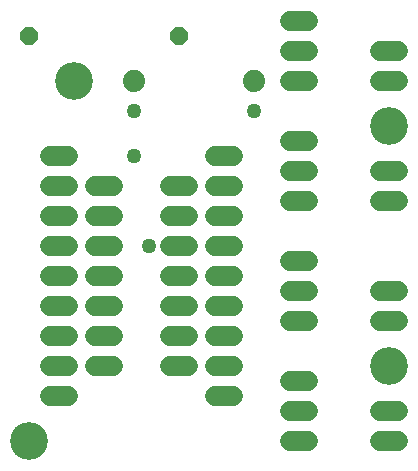
<source format=gts>
G75*
%MOIN*%
%OFA0B0*%
%FSLAX25Y25*%
%IPPOS*%
%LPD*%
%AMOC8*
5,1,8,0,0,1.08239X$1,22.5*
%
%ADD10C,0.12611*%
%ADD11C,0.06800*%
%ADD12C,0.06737*%
%ADD13C,0.07400*%
%ADD14OC8,0.06000*%
%ADD15C,0.04959*%
D10*
X0012000Y0012000D03*
X0027000Y0132000D03*
X0132000Y0117000D03*
X0132000Y0037000D03*
D11*
X0105000Y0032000D02*
X0099000Y0032000D01*
X0099000Y0022000D02*
X0105000Y0022000D01*
X0105000Y0012000D02*
X0099000Y0012000D01*
X0080000Y0027000D02*
X0074000Y0027000D01*
X0074000Y0037000D02*
X0080000Y0037000D01*
X0080000Y0047000D02*
X0074000Y0047000D01*
X0065000Y0047000D02*
X0059000Y0047000D01*
X0059000Y0037000D02*
X0065000Y0037000D01*
X0065000Y0057000D02*
X0059000Y0057000D01*
X0059000Y0067000D02*
X0065000Y0067000D01*
X0074000Y0067000D02*
X0080000Y0067000D01*
X0080000Y0057000D02*
X0074000Y0057000D01*
X0074000Y0077000D02*
X0080000Y0077000D01*
X0080000Y0087000D02*
X0074000Y0087000D01*
X0065000Y0087000D02*
X0059000Y0087000D01*
X0059000Y0077000D02*
X0065000Y0077000D01*
X0065000Y0097000D02*
X0059000Y0097000D01*
X0074000Y0097000D02*
X0080000Y0097000D01*
X0080000Y0107000D02*
X0074000Y0107000D01*
X0099000Y0102000D02*
X0105000Y0102000D01*
X0105000Y0092000D02*
X0099000Y0092000D01*
X0099000Y0072000D02*
X0105000Y0072000D01*
X0105000Y0062000D02*
X0099000Y0062000D01*
X0099000Y0052000D02*
X0105000Y0052000D01*
X0105000Y0112000D02*
X0099000Y0112000D01*
X0099000Y0132000D02*
X0105000Y0132000D01*
X0105000Y0142000D02*
X0099000Y0142000D01*
X0099000Y0152000D02*
X0105000Y0152000D01*
X0040000Y0097000D02*
X0034000Y0097000D01*
X0025000Y0097000D02*
X0019000Y0097000D01*
X0019000Y0087000D02*
X0025000Y0087000D01*
X0034000Y0087000D02*
X0040000Y0087000D01*
X0040000Y0077000D02*
X0034000Y0077000D01*
X0025000Y0077000D02*
X0019000Y0077000D01*
X0019000Y0067000D02*
X0025000Y0067000D01*
X0034000Y0067000D02*
X0040000Y0067000D01*
X0040000Y0057000D02*
X0034000Y0057000D01*
X0025000Y0057000D02*
X0019000Y0057000D01*
X0019000Y0047000D02*
X0025000Y0047000D01*
X0034000Y0047000D02*
X0040000Y0047000D01*
X0040000Y0037000D02*
X0034000Y0037000D01*
X0025000Y0037000D02*
X0019000Y0037000D01*
X0019000Y0027000D02*
X0025000Y0027000D01*
X0025000Y0107000D02*
X0019000Y0107000D01*
D12*
X0129031Y0102000D02*
X0134969Y0102000D01*
X0134969Y0092000D02*
X0129031Y0092000D01*
X0129031Y0062000D02*
X0134969Y0062000D01*
X0134969Y0052000D02*
X0129031Y0052000D01*
X0129031Y0022000D02*
X0134969Y0022000D01*
X0134969Y0012000D02*
X0129031Y0012000D01*
X0129031Y0132000D02*
X0134969Y0132000D01*
X0134969Y0142000D02*
X0129031Y0142000D01*
D13*
X0087000Y0132000D03*
X0047000Y0132000D03*
D14*
X0062000Y0147000D03*
X0012000Y0147000D03*
D15*
X0047000Y0122000D03*
X0047000Y0107000D03*
X0052000Y0077000D03*
X0087000Y0122000D03*
M02*

</source>
